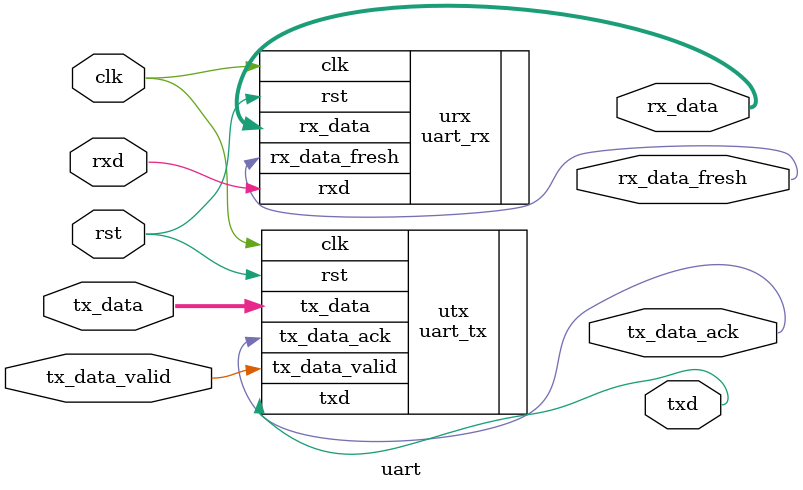
<source format=v>



`timescale 1 ps / 1 ps
// Copyright 2007 Altera Corporation. All rights reserved.  
// Altera products are protected under numerous U.S. and foreign patents, 
// maskwork rights, copyrights and other intellectual property laws.  
//
// This reference design file, and your use thereof, is subject to and governed
// by the terms and conditions of the applicable Altera Reference Design 
// License Agreement (either as signed by you or found at www.altera.com).  By
// using this reference design file, you indicate your acceptance of such terms
// and conditions between you and Altera Corporation.  In the event that you do
// not agree with such terms and conditions, you may not use the reference 
// design file and please promptly destroy any copies you have made.
//
// This reference design file is being provided on an "as-is" basis and as an 
// accommodation and therefore all warranties, representations or guarantees of 
// any kind (whether express, implied or statutory) including, without 
// limitation, warranties of merchantability, non-infringement, or fitness for
// a particular purpose, are specifically disclaimed.  By making this reference
// design file available, Altera expressly does not recommend, suggest or 
// require that this reference design file be used in combination with any 
// other product not provided by Altera.
/////////////////////////////////////////////////////////////////////////////

// baeckler - 02-16-2007
////////////////////////////////////////////////////////////////////


////////////////////////////////////////////////////////////////////

module uart (clk,rst,
			tx_data,tx_data_valid,tx_data_ack,txd,
			rx_data,rx_data_fresh,rxd);

parameter CLK_HZ = 50_000_000;
parameter BAUD = 115200;
parameter BAUD_DIVISOR = CLK_HZ / BAUD;

initial begin
	if (BAUD_DIVISOR > 16'hffff) begin
		// This rate is too slow for the TX and RX sample 
		// counter resolution
		$display ("Error - Increase the size of the sample counters");
		$stop();
	end
end

output txd;
input clk, rst, rxd;
input [7:0] tx_data;
input tx_data_valid;
output tx_data_ack;
output [7:0] rx_data;
output rx_data_fresh;

uart_tx utx (
	.clk(clk),.rst(rst),
	.tx_data(tx_data),
	.tx_data_valid(tx_data_valid),
	.tx_data_ack(tx_data_ack),
	.txd(txd));

defparam utx .BAUD_DIVISOR = BAUD_DIVISOR;

uart_rx urx (
	.clk(clk),.rst(rst),
	.rx_data(rx_data),
	.rx_data_fresh(rx_data_fresh),
	.rxd(rxd));

defparam urx .BAUD_DIVISOR = BAUD_DIVISOR;

endmodule
// BENCHMARK INFO :  5SGXEA7N2F45C2
// BENCHMARK INFO :  Max depth :  3.0 LUTs
// BENCHMARK INFO :  Total registers : 73
// BENCHMARK INFO :  Total pins : 23
// BENCHMARK INFO :  Total virtual pins : 0
// BENCHMARK INFO :  Total block memory bits : 0
// BENCHMARK INFO :  Comb ALUTs :                         ; 70              ;       ;
// BENCHMARK INFO :  ALMs : 58 / 234,720 ( < 1 % )
// BENCHMARK INFO :  Worst setup path @ 468.75MHz : 0.912 ns, From uart_tx:utx|sample_cntr[5], To uart_tx:utx|sample_cntr[5]}
// BENCHMARK INFO :  Worst setup path @ 468.75MHz : 0.849 ns, From uart_rx:urx|sample_now, To uart_rx:urx|rx_shift[0]}
// BENCHMARK INFO :  Worst setup path @ 468.75MHz : 0.854 ns, From uart_rx:urx|sample_cntr[1], To uart_rx:urx|sample_cntr[1]}

</source>
